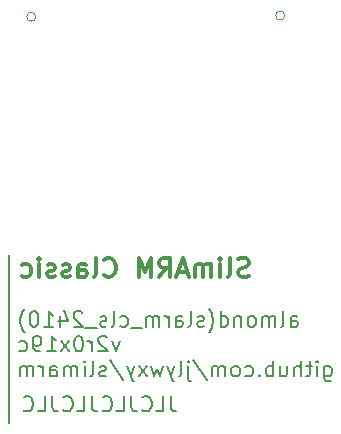
<source format=gbo>
G04 #@! TF.GenerationSoftware,KiCad,Pcbnew,7.0.1-0*
G04 #@! TF.CreationDate,2023-04-12T11:12:59+08:00*
G04 #@! TF.ProjectId,slimarm_classic_2410,736c696d-6172-46d5-9f63-6c6173736963,rev?*
G04 #@! TF.SameCoordinates,Original*
G04 #@! TF.FileFunction,Legend,Bot*
G04 #@! TF.FilePolarity,Positive*
%FSLAX46Y46*%
G04 Gerber Fmt 4.6, Leading zero omitted, Abs format (unit mm)*
G04 Created by KiCad (PCBNEW 7.0.1-0) date 2023-04-12 11:12:59*
%MOMM*%
%LPD*%
G01*
G04 APERTURE LIST*
%ADD10C,0.150000*%
%ADD11C,0.200000*%
%ADD12C,0.300000*%
%ADD13C,0.120000*%
%ADD14C,0.650000*%
%ADD15O,1.000000X2.100000*%
%ADD16O,1.000000X1.600000*%
G04 APERTURE END LIST*
D10*
X33830000Y-32910000D02*
X33830000Y-47130000D01*
D11*
X57680281Y-38979154D02*
X57680281Y-38298202D01*
X57680281Y-38298202D02*
X57742186Y-38174392D01*
X57742186Y-38174392D02*
X57865995Y-38112488D01*
X57865995Y-38112488D02*
X58113614Y-38112488D01*
X58113614Y-38112488D02*
X58237424Y-38174392D01*
X57680281Y-38917250D02*
X57804090Y-38979154D01*
X57804090Y-38979154D02*
X58113614Y-38979154D01*
X58113614Y-38979154D02*
X58237424Y-38917250D01*
X58237424Y-38917250D02*
X58299328Y-38793440D01*
X58299328Y-38793440D02*
X58299328Y-38669630D01*
X58299328Y-38669630D02*
X58237424Y-38545821D01*
X58237424Y-38545821D02*
X58113614Y-38483916D01*
X58113614Y-38483916D02*
X57804090Y-38483916D01*
X57804090Y-38483916D02*
X57680281Y-38422011D01*
X56875519Y-38979154D02*
X56999329Y-38917250D01*
X56999329Y-38917250D02*
X57061234Y-38793440D01*
X57061234Y-38793440D02*
X57061234Y-37679154D01*
X56380282Y-38979154D02*
X56380282Y-38112488D01*
X56380282Y-38236297D02*
X56318377Y-38174392D01*
X56318377Y-38174392D02*
X56194567Y-38112488D01*
X56194567Y-38112488D02*
X56008853Y-38112488D01*
X56008853Y-38112488D02*
X55885044Y-38174392D01*
X55885044Y-38174392D02*
X55823139Y-38298202D01*
X55823139Y-38298202D02*
X55823139Y-38979154D01*
X55823139Y-38298202D02*
X55761234Y-38174392D01*
X55761234Y-38174392D02*
X55637425Y-38112488D01*
X55637425Y-38112488D02*
X55451710Y-38112488D01*
X55451710Y-38112488D02*
X55327901Y-38174392D01*
X55327901Y-38174392D02*
X55265996Y-38298202D01*
X55265996Y-38298202D02*
X55265996Y-38979154D01*
X54461234Y-38979154D02*
X54585044Y-38917250D01*
X54585044Y-38917250D02*
X54646949Y-38855345D01*
X54646949Y-38855345D02*
X54708853Y-38731535D01*
X54708853Y-38731535D02*
X54708853Y-38360107D01*
X54708853Y-38360107D02*
X54646949Y-38236297D01*
X54646949Y-38236297D02*
X54585044Y-38174392D01*
X54585044Y-38174392D02*
X54461234Y-38112488D01*
X54461234Y-38112488D02*
X54275520Y-38112488D01*
X54275520Y-38112488D02*
X54151711Y-38174392D01*
X54151711Y-38174392D02*
X54089806Y-38236297D01*
X54089806Y-38236297D02*
X54027901Y-38360107D01*
X54027901Y-38360107D02*
X54027901Y-38731535D01*
X54027901Y-38731535D02*
X54089806Y-38855345D01*
X54089806Y-38855345D02*
X54151711Y-38917250D01*
X54151711Y-38917250D02*
X54275520Y-38979154D01*
X54275520Y-38979154D02*
X54461234Y-38979154D01*
X53470759Y-38112488D02*
X53470759Y-38979154D01*
X53470759Y-38236297D02*
X53408854Y-38174392D01*
X53408854Y-38174392D02*
X53285044Y-38112488D01*
X53285044Y-38112488D02*
X53099330Y-38112488D01*
X53099330Y-38112488D02*
X52975521Y-38174392D01*
X52975521Y-38174392D02*
X52913616Y-38298202D01*
X52913616Y-38298202D02*
X52913616Y-38979154D01*
X51737426Y-38979154D02*
X51737426Y-37679154D01*
X51737426Y-38917250D02*
X51861235Y-38979154D01*
X51861235Y-38979154D02*
X52108854Y-38979154D01*
X52108854Y-38979154D02*
X52232664Y-38917250D01*
X52232664Y-38917250D02*
X52294569Y-38855345D01*
X52294569Y-38855345D02*
X52356473Y-38731535D01*
X52356473Y-38731535D02*
X52356473Y-38360107D01*
X52356473Y-38360107D02*
X52294569Y-38236297D01*
X52294569Y-38236297D02*
X52232664Y-38174392D01*
X52232664Y-38174392D02*
X52108854Y-38112488D01*
X52108854Y-38112488D02*
X51861235Y-38112488D01*
X51861235Y-38112488D02*
X51737426Y-38174392D01*
X50746950Y-39474392D02*
X50808855Y-39412488D01*
X50808855Y-39412488D02*
X50932664Y-39226773D01*
X50932664Y-39226773D02*
X50994569Y-39102964D01*
X50994569Y-39102964D02*
X51056474Y-38917250D01*
X51056474Y-38917250D02*
X51118379Y-38607726D01*
X51118379Y-38607726D02*
X51118379Y-38360107D01*
X51118379Y-38360107D02*
X51056474Y-38050583D01*
X51056474Y-38050583D02*
X50994569Y-37864869D01*
X50994569Y-37864869D02*
X50932664Y-37741059D01*
X50932664Y-37741059D02*
X50808855Y-37555345D01*
X50808855Y-37555345D02*
X50746950Y-37493440D01*
X50313616Y-38917250D02*
X50189807Y-38979154D01*
X50189807Y-38979154D02*
X49942188Y-38979154D01*
X49942188Y-38979154D02*
X49818378Y-38917250D01*
X49818378Y-38917250D02*
X49756474Y-38793440D01*
X49756474Y-38793440D02*
X49756474Y-38731535D01*
X49756474Y-38731535D02*
X49818378Y-38607726D01*
X49818378Y-38607726D02*
X49942188Y-38545821D01*
X49942188Y-38545821D02*
X50127902Y-38545821D01*
X50127902Y-38545821D02*
X50251712Y-38483916D01*
X50251712Y-38483916D02*
X50313616Y-38360107D01*
X50313616Y-38360107D02*
X50313616Y-38298202D01*
X50313616Y-38298202D02*
X50251712Y-38174392D01*
X50251712Y-38174392D02*
X50127902Y-38112488D01*
X50127902Y-38112488D02*
X49942188Y-38112488D01*
X49942188Y-38112488D02*
X49818378Y-38174392D01*
X49013616Y-38979154D02*
X49137426Y-38917250D01*
X49137426Y-38917250D02*
X49199331Y-38793440D01*
X49199331Y-38793440D02*
X49199331Y-37679154D01*
X47961236Y-38979154D02*
X47961236Y-38298202D01*
X47961236Y-38298202D02*
X48023141Y-38174392D01*
X48023141Y-38174392D02*
X48146950Y-38112488D01*
X48146950Y-38112488D02*
X48394569Y-38112488D01*
X48394569Y-38112488D02*
X48518379Y-38174392D01*
X47961236Y-38917250D02*
X48085045Y-38979154D01*
X48085045Y-38979154D02*
X48394569Y-38979154D01*
X48394569Y-38979154D02*
X48518379Y-38917250D01*
X48518379Y-38917250D02*
X48580283Y-38793440D01*
X48580283Y-38793440D02*
X48580283Y-38669630D01*
X48580283Y-38669630D02*
X48518379Y-38545821D01*
X48518379Y-38545821D02*
X48394569Y-38483916D01*
X48394569Y-38483916D02*
X48085045Y-38483916D01*
X48085045Y-38483916D02*
X47961236Y-38422011D01*
X47342189Y-38979154D02*
X47342189Y-38112488D01*
X47342189Y-38360107D02*
X47280284Y-38236297D01*
X47280284Y-38236297D02*
X47218379Y-38174392D01*
X47218379Y-38174392D02*
X47094570Y-38112488D01*
X47094570Y-38112488D02*
X46970760Y-38112488D01*
X46537427Y-38979154D02*
X46537427Y-38112488D01*
X46537427Y-38236297D02*
X46475522Y-38174392D01*
X46475522Y-38174392D02*
X46351712Y-38112488D01*
X46351712Y-38112488D02*
X46165998Y-38112488D01*
X46165998Y-38112488D02*
X46042189Y-38174392D01*
X46042189Y-38174392D02*
X45980284Y-38298202D01*
X45980284Y-38298202D02*
X45980284Y-38979154D01*
X45980284Y-38298202D02*
X45918379Y-38174392D01*
X45918379Y-38174392D02*
X45794570Y-38112488D01*
X45794570Y-38112488D02*
X45608855Y-38112488D01*
X45608855Y-38112488D02*
X45485046Y-38174392D01*
X45485046Y-38174392D02*
X45423141Y-38298202D01*
X45423141Y-38298202D02*
X45423141Y-38979154D01*
X45113618Y-39102964D02*
X44123141Y-39102964D01*
X43256475Y-38917250D02*
X43380284Y-38979154D01*
X43380284Y-38979154D02*
X43627903Y-38979154D01*
X43627903Y-38979154D02*
X43751713Y-38917250D01*
X43751713Y-38917250D02*
X43813618Y-38855345D01*
X43813618Y-38855345D02*
X43875522Y-38731535D01*
X43875522Y-38731535D02*
X43875522Y-38360107D01*
X43875522Y-38360107D02*
X43813618Y-38236297D01*
X43813618Y-38236297D02*
X43751713Y-38174392D01*
X43751713Y-38174392D02*
X43627903Y-38112488D01*
X43627903Y-38112488D02*
X43380284Y-38112488D01*
X43380284Y-38112488D02*
X43256475Y-38174392D01*
X42513617Y-38979154D02*
X42637427Y-38917250D01*
X42637427Y-38917250D02*
X42699332Y-38793440D01*
X42699332Y-38793440D02*
X42699332Y-37679154D01*
X42080284Y-38917250D02*
X41956475Y-38979154D01*
X41956475Y-38979154D02*
X41708856Y-38979154D01*
X41708856Y-38979154D02*
X41585046Y-38917250D01*
X41585046Y-38917250D02*
X41523142Y-38793440D01*
X41523142Y-38793440D02*
X41523142Y-38731535D01*
X41523142Y-38731535D02*
X41585046Y-38607726D01*
X41585046Y-38607726D02*
X41708856Y-38545821D01*
X41708856Y-38545821D02*
X41894570Y-38545821D01*
X41894570Y-38545821D02*
X42018380Y-38483916D01*
X42018380Y-38483916D02*
X42080284Y-38360107D01*
X42080284Y-38360107D02*
X42080284Y-38298202D01*
X42080284Y-38298202D02*
X42018380Y-38174392D01*
X42018380Y-38174392D02*
X41894570Y-38112488D01*
X41894570Y-38112488D02*
X41708856Y-38112488D01*
X41708856Y-38112488D02*
X41585046Y-38174392D01*
X41275523Y-39102964D02*
X40285046Y-39102964D01*
X40037427Y-37802964D02*
X39975523Y-37741059D01*
X39975523Y-37741059D02*
X39851713Y-37679154D01*
X39851713Y-37679154D02*
X39542189Y-37679154D01*
X39542189Y-37679154D02*
X39418380Y-37741059D01*
X39418380Y-37741059D02*
X39356475Y-37802964D01*
X39356475Y-37802964D02*
X39294570Y-37926773D01*
X39294570Y-37926773D02*
X39294570Y-38050583D01*
X39294570Y-38050583D02*
X39356475Y-38236297D01*
X39356475Y-38236297D02*
X40099332Y-38979154D01*
X40099332Y-38979154D02*
X39294570Y-38979154D01*
X38180285Y-38112488D02*
X38180285Y-38979154D01*
X38489809Y-37617250D02*
X38799332Y-38545821D01*
X38799332Y-38545821D02*
X37994571Y-38545821D01*
X36818380Y-38979154D02*
X37561237Y-38979154D01*
X37189809Y-38979154D02*
X37189809Y-37679154D01*
X37189809Y-37679154D02*
X37313618Y-37864869D01*
X37313618Y-37864869D02*
X37437428Y-37988678D01*
X37437428Y-37988678D02*
X37561237Y-38050583D01*
X36013619Y-37679154D02*
X35889809Y-37679154D01*
X35889809Y-37679154D02*
X35766000Y-37741059D01*
X35766000Y-37741059D02*
X35704095Y-37802964D01*
X35704095Y-37802964D02*
X35642190Y-37926773D01*
X35642190Y-37926773D02*
X35580285Y-38174392D01*
X35580285Y-38174392D02*
X35580285Y-38483916D01*
X35580285Y-38483916D02*
X35642190Y-38731535D01*
X35642190Y-38731535D02*
X35704095Y-38855345D01*
X35704095Y-38855345D02*
X35766000Y-38917250D01*
X35766000Y-38917250D02*
X35889809Y-38979154D01*
X35889809Y-38979154D02*
X36013619Y-38979154D01*
X36013619Y-38979154D02*
X36137428Y-38917250D01*
X36137428Y-38917250D02*
X36199333Y-38855345D01*
X36199333Y-38855345D02*
X36261238Y-38731535D01*
X36261238Y-38731535D02*
X36323142Y-38483916D01*
X36323142Y-38483916D02*
X36323142Y-38174392D01*
X36323142Y-38174392D02*
X36261238Y-37926773D01*
X36261238Y-37926773D02*
X36199333Y-37802964D01*
X36199333Y-37802964D02*
X36137428Y-37741059D01*
X36137428Y-37741059D02*
X36013619Y-37679154D01*
X35146952Y-39474392D02*
X35085047Y-39412488D01*
X35085047Y-39412488D02*
X34961238Y-39226773D01*
X34961238Y-39226773D02*
X34899333Y-39102964D01*
X34899333Y-39102964D02*
X34837428Y-38917250D01*
X34837428Y-38917250D02*
X34775524Y-38607726D01*
X34775524Y-38607726D02*
X34775524Y-38360107D01*
X34775524Y-38360107D02*
X34837428Y-38050583D01*
X34837428Y-38050583D02*
X34899333Y-37864869D01*
X34899333Y-37864869D02*
X34961238Y-37741059D01*
X34961238Y-37741059D02*
X35085047Y-37555345D01*
X35085047Y-37555345D02*
X35146952Y-37493440D01*
X43194570Y-40218488D02*
X42885046Y-41085154D01*
X42885046Y-41085154D02*
X42575523Y-40218488D01*
X42142189Y-39908964D02*
X42080285Y-39847059D01*
X42080285Y-39847059D02*
X41956475Y-39785154D01*
X41956475Y-39785154D02*
X41646951Y-39785154D01*
X41646951Y-39785154D02*
X41523142Y-39847059D01*
X41523142Y-39847059D02*
X41461237Y-39908964D01*
X41461237Y-39908964D02*
X41399332Y-40032773D01*
X41399332Y-40032773D02*
X41399332Y-40156583D01*
X41399332Y-40156583D02*
X41461237Y-40342297D01*
X41461237Y-40342297D02*
X42204094Y-41085154D01*
X42204094Y-41085154D02*
X41399332Y-41085154D01*
X40842190Y-41085154D02*
X40842190Y-40218488D01*
X40842190Y-40466107D02*
X40780285Y-40342297D01*
X40780285Y-40342297D02*
X40718380Y-40280392D01*
X40718380Y-40280392D02*
X40594571Y-40218488D01*
X40594571Y-40218488D02*
X40470761Y-40218488D01*
X39789809Y-39785154D02*
X39665999Y-39785154D01*
X39665999Y-39785154D02*
X39542190Y-39847059D01*
X39542190Y-39847059D02*
X39480285Y-39908964D01*
X39480285Y-39908964D02*
X39418380Y-40032773D01*
X39418380Y-40032773D02*
X39356475Y-40280392D01*
X39356475Y-40280392D02*
X39356475Y-40589916D01*
X39356475Y-40589916D02*
X39418380Y-40837535D01*
X39418380Y-40837535D02*
X39480285Y-40961345D01*
X39480285Y-40961345D02*
X39542190Y-41023250D01*
X39542190Y-41023250D02*
X39665999Y-41085154D01*
X39665999Y-41085154D02*
X39789809Y-41085154D01*
X39789809Y-41085154D02*
X39913618Y-41023250D01*
X39913618Y-41023250D02*
X39975523Y-40961345D01*
X39975523Y-40961345D02*
X40037428Y-40837535D01*
X40037428Y-40837535D02*
X40099332Y-40589916D01*
X40099332Y-40589916D02*
X40099332Y-40280392D01*
X40099332Y-40280392D02*
X40037428Y-40032773D01*
X40037428Y-40032773D02*
X39975523Y-39908964D01*
X39975523Y-39908964D02*
X39913618Y-39847059D01*
X39913618Y-39847059D02*
X39789809Y-39785154D01*
X38923142Y-41085154D02*
X38242190Y-40218488D01*
X38923142Y-40218488D02*
X38242190Y-41085154D01*
X37065999Y-41085154D02*
X37808856Y-41085154D01*
X37437428Y-41085154D02*
X37437428Y-39785154D01*
X37437428Y-39785154D02*
X37561237Y-39970869D01*
X37561237Y-39970869D02*
X37685047Y-40094678D01*
X37685047Y-40094678D02*
X37808856Y-40156583D01*
X36446952Y-41085154D02*
X36199333Y-41085154D01*
X36199333Y-41085154D02*
X36075523Y-41023250D01*
X36075523Y-41023250D02*
X36013619Y-40961345D01*
X36013619Y-40961345D02*
X35889809Y-40775630D01*
X35889809Y-40775630D02*
X35827904Y-40528011D01*
X35827904Y-40528011D02*
X35827904Y-40032773D01*
X35827904Y-40032773D02*
X35889809Y-39908964D01*
X35889809Y-39908964D02*
X35951714Y-39847059D01*
X35951714Y-39847059D02*
X36075523Y-39785154D01*
X36075523Y-39785154D02*
X36323142Y-39785154D01*
X36323142Y-39785154D02*
X36446952Y-39847059D01*
X36446952Y-39847059D02*
X36508857Y-39908964D01*
X36508857Y-39908964D02*
X36570761Y-40032773D01*
X36570761Y-40032773D02*
X36570761Y-40342297D01*
X36570761Y-40342297D02*
X36508857Y-40466107D01*
X36508857Y-40466107D02*
X36446952Y-40528011D01*
X36446952Y-40528011D02*
X36323142Y-40589916D01*
X36323142Y-40589916D02*
X36075523Y-40589916D01*
X36075523Y-40589916D02*
X35951714Y-40528011D01*
X35951714Y-40528011D02*
X35889809Y-40466107D01*
X35889809Y-40466107D02*
X35827904Y-40342297D01*
X34713619Y-41023250D02*
X34837428Y-41085154D01*
X34837428Y-41085154D02*
X35085047Y-41085154D01*
X35085047Y-41085154D02*
X35208857Y-41023250D01*
X35208857Y-41023250D02*
X35270762Y-40961345D01*
X35270762Y-40961345D02*
X35332666Y-40837535D01*
X35332666Y-40837535D02*
X35332666Y-40466107D01*
X35332666Y-40466107D02*
X35270762Y-40342297D01*
X35270762Y-40342297D02*
X35208857Y-40280392D01*
X35208857Y-40280392D02*
X35085047Y-40218488D01*
X35085047Y-40218488D02*
X34837428Y-40218488D01*
X34837428Y-40218488D02*
X34713619Y-40280392D01*
X60527902Y-42324488D02*
X60527902Y-43376869D01*
X60527902Y-43376869D02*
X60589807Y-43500678D01*
X60589807Y-43500678D02*
X60651711Y-43562583D01*
X60651711Y-43562583D02*
X60775521Y-43624488D01*
X60775521Y-43624488D02*
X60961235Y-43624488D01*
X60961235Y-43624488D02*
X61085045Y-43562583D01*
X60527902Y-43129250D02*
X60651711Y-43191154D01*
X60651711Y-43191154D02*
X60899330Y-43191154D01*
X60899330Y-43191154D02*
X61023140Y-43129250D01*
X61023140Y-43129250D02*
X61085045Y-43067345D01*
X61085045Y-43067345D02*
X61146949Y-42943535D01*
X61146949Y-42943535D02*
X61146949Y-42572107D01*
X61146949Y-42572107D02*
X61085045Y-42448297D01*
X61085045Y-42448297D02*
X61023140Y-42386392D01*
X61023140Y-42386392D02*
X60899330Y-42324488D01*
X60899330Y-42324488D02*
X60651711Y-42324488D01*
X60651711Y-42324488D02*
X60527902Y-42386392D01*
X59908855Y-43191154D02*
X59908855Y-42324488D01*
X59908855Y-41891154D02*
X59970759Y-41953059D01*
X59970759Y-41953059D02*
X59908855Y-42014964D01*
X59908855Y-42014964D02*
X59846950Y-41953059D01*
X59846950Y-41953059D02*
X59908855Y-41891154D01*
X59908855Y-41891154D02*
X59908855Y-42014964D01*
X59475521Y-42324488D02*
X58980283Y-42324488D01*
X59289807Y-41891154D02*
X59289807Y-43005440D01*
X59289807Y-43005440D02*
X59227902Y-43129250D01*
X59227902Y-43129250D02*
X59104092Y-43191154D01*
X59104092Y-43191154D02*
X58980283Y-43191154D01*
X58546950Y-43191154D02*
X58546950Y-41891154D01*
X57989807Y-43191154D02*
X57989807Y-42510202D01*
X57989807Y-42510202D02*
X58051712Y-42386392D01*
X58051712Y-42386392D02*
X58175521Y-42324488D01*
X58175521Y-42324488D02*
X58361235Y-42324488D01*
X58361235Y-42324488D02*
X58485045Y-42386392D01*
X58485045Y-42386392D02*
X58546950Y-42448297D01*
X56813617Y-42324488D02*
X56813617Y-43191154D01*
X57370760Y-42324488D02*
X57370760Y-43005440D01*
X57370760Y-43005440D02*
X57308855Y-43129250D01*
X57308855Y-43129250D02*
X57185045Y-43191154D01*
X57185045Y-43191154D02*
X56999331Y-43191154D01*
X56999331Y-43191154D02*
X56875522Y-43129250D01*
X56875522Y-43129250D02*
X56813617Y-43067345D01*
X56194570Y-43191154D02*
X56194570Y-41891154D01*
X56194570Y-42386392D02*
X56070760Y-42324488D01*
X56070760Y-42324488D02*
X55823141Y-42324488D01*
X55823141Y-42324488D02*
X55699332Y-42386392D01*
X55699332Y-42386392D02*
X55637427Y-42448297D01*
X55637427Y-42448297D02*
X55575522Y-42572107D01*
X55575522Y-42572107D02*
X55575522Y-42943535D01*
X55575522Y-42943535D02*
X55637427Y-43067345D01*
X55637427Y-43067345D02*
X55699332Y-43129250D01*
X55699332Y-43129250D02*
X55823141Y-43191154D01*
X55823141Y-43191154D02*
X56070760Y-43191154D01*
X56070760Y-43191154D02*
X56194570Y-43129250D01*
X55018380Y-43067345D02*
X54956475Y-43129250D01*
X54956475Y-43129250D02*
X55018380Y-43191154D01*
X55018380Y-43191154D02*
X55080284Y-43129250D01*
X55080284Y-43129250D02*
X55018380Y-43067345D01*
X55018380Y-43067345D02*
X55018380Y-43191154D01*
X53842189Y-43129250D02*
X53965998Y-43191154D01*
X53965998Y-43191154D02*
X54213617Y-43191154D01*
X54213617Y-43191154D02*
X54337427Y-43129250D01*
X54337427Y-43129250D02*
X54399332Y-43067345D01*
X54399332Y-43067345D02*
X54461236Y-42943535D01*
X54461236Y-42943535D02*
X54461236Y-42572107D01*
X54461236Y-42572107D02*
X54399332Y-42448297D01*
X54399332Y-42448297D02*
X54337427Y-42386392D01*
X54337427Y-42386392D02*
X54213617Y-42324488D01*
X54213617Y-42324488D02*
X53965998Y-42324488D01*
X53965998Y-42324488D02*
X53842189Y-42386392D01*
X53099331Y-43191154D02*
X53223141Y-43129250D01*
X53223141Y-43129250D02*
X53285046Y-43067345D01*
X53285046Y-43067345D02*
X53346950Y-42943535D01*
X53346950Y-42943535D02*
X53346950Y-42572107D01*
X53346950Y-42572107D02*
X53285046Y-42448297D01*
X53285046Y-42448297D02*
X53223141Y-42386392D01*
X53223141Y-42386392D02*
X53099331Y-42324488D01*
X53099331Y-42324488D02*
X52913617Y-42324488D01*
X52913617Y-42324488D02*
X52789808Y-42386392D01*
X52789808Y-42386392D02*
X52727903Y-42448297D01*
X52727903Y-42448297D02*
X52665998Y-42572107D01*
X52665998Y-42572107D02*
X52665998Y-42943535D01*
X52665998Y-42943535D02*
X52727903Y-43067345D01*
X52727903Y-43067345D02*
X52789808Y-43129250D01*
X52789808Y-43129250D02*
X52913617Y-43191154D01*
X52913617Y-43191154D02*
X53099331Y-43191154D01*
X52108856Y-43191154D02*
X52108856Y-42324488D01*
X52108856Y-42448297D02*
X52046951Y-42386392D01*
X52046951Y-42386392D02*
X51923141Y-42324488D01*
X51923141Y-42324488D02*
X51737427Y-42324488D01*
X51737427Y-42324488D02*
X51613618Y-42386392D01*
X51613618Y-42386392D02*
X51551713Y-42510202D01*
X51551713Y-42510202D02*
X51551713Y-43191154D01*
X51551713Y-42510202D02*
X51489808Y-42386392D01*
X51489808Y-42386392D02*
X51365999Y-42324488D01*
X51365999Y-42324488D02*
X51180284Y-42324488D01*
X51180284Y-42324488D02*
X51056475Y-42386392D01*
X51056475Y-42386392D02*
X50994570Y-42510202D01*
X50994570Y-42510202D02*
X50994570Y-43191154D01*
X49446951Y-41829250D02*
X50561237Y-43500678D01*
X49013618Y-42324488D02*
X49013618Y-43438773D01*
X49013618Y-43438773D02*
X49075522Y-43562583D01*
X49075522Y-43562583D02*
X49199332Y-43624488D01*
X49199332Y-43624488D02*
X49261237Y-43624488D01*
X49013618Y-41891154D02*
X49075522Y-41953059D01*
X49075522Y-41953059D02*
X49013618Y-42014964D01*
X49013618Y-42014964D02*
X48951713Y-41953059D01*
X48951713Y-41953059D02*
X49013618Y-41891154D01*
X49013618Y-41891154D02*
X49013618Y-42014964D01*
X48208855Y-43191154D02*
X48332665Y-43129250D01*
X48332665Y-43129250D02*
X48394570Y-43005440D01*
X48394570Y-43005440D02*
X48394570Y-41891154D01*
X47837427Y-42324488D02*
X47527903Y-43191154D01*
X47218380Y-42324488D02*
X47527903Y-43191154D01*
X47527903Y-43191154D02*
X47651713Y-43500678D01*
X47651713Y-43500678D02*
X47713618Y-43562583D01*
X47713618Y-43562583D02*
X47837427Y-43624488D01*
X46846951Y-42324488D02*
X46599332Y-43191154D01*
X46599332Y-43191154D02*
X46351713Y-42572107D01*
X46351713Y-42572107D02*
X46104094Y-43191154D01*
X46104094Y-43191154D02*
X45856475Y-42324488D01*
X45485046Y-43191154D02*
X44804094Y-42324488D01*
X45485046Y-42324488D02*
X44804094Y-43191154D01*
X44432665Y-42324488D02*
X44123141Y-43191154D01*
X43813618Y-42324488D02*
X44123141Y-43191154D01*
X44123141Y-43191154D02*
X44246951Y-43500678D01*
X44246951Y-43500678D02*
X44308856Y-43562583D01*
X44308856Y-43562583D02*
X44432665Y-43624488D01*
X42389808Y-41829250D02*
X43504094Y-43500678D01*
X42018379Y-43129250D02*
X41894570Y-43191154D01*
X41894570Y-43191154D02*
X41646951Y-43191154D01*
X41646951Y-43191154D02*
X41523141Y-43129250D01*
X41523141Y-43129250D02*
X41461237Y-43005440D01*
X41461237Y-43005440D02*
X41461237Y-42943535D01*
X41461237Y-42943535D02*
X41523141Y-42819726D01*
X41523141Y-42819726D02*
X41646951Y-42757821D01*
X41646951Y-42757821D02*
X41832665Y-42757821D01*
X41832665Y-42757821D02*
X41956475Y-42695916D01*
X41956475Y-42695916D02*
X42018379Y-42572107D01*
X42018379Y-42572107D02*
X42018379Y-42510202D01*
X42018379Y-42510202D02*
X41956475Y-42386392D01*
X41956475Y-42386392D02*
X41832665Y-42324488D01*
X41832665Y-42324488D02*
X41646951Y-42324488D01*
X41646951Y-42324488D02*
X41523141Y-42386392D01*
X40718379Y-43191154D02*
X40842189Y-43129250D01*
X40842189Y-43129250D02*
X40904094Y-43005440D01*
X40904094Y-43005440D02*
X40904094Y-41891154D01*
X40223142Y-43191154D02*
X40223142Y-42324488D01*
X40223142Y-41891154D02*
X40285046Y-41953059D01*
X40285046Y-41953059D02*
X40223142Y-42014964D01*
X40223142Y-42014964D02*
X40161237Y-41953059D01*
X40161237Y-41953059D02*
X40223142Y-41891154D01*
X40223142Y-41891154D02*
X40223142Y-42014964D01*
X39604094Y-43191154D02*
X39604094Y-42324488D01*
X39604094Y-42448297D02*
X39542189Y-42386392D01*
X39542189Y-42386392D02*
X39418379Y-42324488D01*
X39418379Y-42324488D02*
X39232665Y-42324488D01*
X39232665Y-42324488D02*
X39108856Y-42386392D01*
X39108856Y-42386392D02*
X39046951Y-42510202D01*
X39046951Y-42510202D02*
X39046951Y-43191154D01*
X39046951Y-42510202D02*
X38985046Y-42386392D01*
X38985046Y-42386392D02*
X38861237Y-42324488D01*
X38861237Y-42324488D02*
X38675522Y-42324488D01*
X38675522Y-42324488D02*
X38551713Y-42386392D01*
X38551713Y-42386392D02*
X38489808Y-42510202D01*
X38489808Y-42510202D02*
X38489808Y-43191154D01*
X37313618Y-43191154D02*
X37313618Y-42510202D01*
X37313618Y-42510202D02*
X37375523Y-42386392D01*
X37375523Y-42386392D02*
X37499332Y-42324488D01*
X37499332Y-42324488D02*
X37746951Y-42324488D01*
X37746951Y-42324488D02*
X37870761Y-42386392D01*
X37313618Y-43129250D02*
X37437427Y-43191154D01*
X37437427Y-43191154D02*
X37746951Y-43191154D01*
X37746951Y-43191154D02*
X37870761Y-43129250D01*
X37870761Y-43129250D02*
X37932665Y-43005440D01*
X37932665Y-43005440D02*
X37932665Y-42881630D01*
X37932665Y-42881630D02*
X37870761Y-42757821D01*
X37870761Y-42757821D02*
X37746951Y-42695916D01*
X37746951Y-42695916D02*
X37437427Y-42695916D01*
X37437427Y-42695916D02*
X37313618Y-42634011D01*
X36694571Y-43191154D02*
X36694571Y-42324488D01*
X36694571Y-42572107D02*
X36632666Y-42448297D01*
X36632666Y-42448297D02*
X36570761Y-42386392D01*
X36570761Y-42386392D02*
X36446952Y-42324488D01*
X36446952Y-42324488D02*
X36323142Y-42324488D01*
X35889809Y-43191154D02*
X35889809Y-42324488D01*
X35889809Y-42448297D02*
X35827904Y-42386392D01*
X35827904Y-42386392D02*
X35704094Y-42324488D01*
X35704094Y-42324488D02*
X35518380Y-42324488D01*
X35518380Y-42324488D02*
X35394571Y-42386392D01*
X35394571Y-42386392D02*
X35332666Y-42510202D01*
X35332666Y-42510202D02*
X35332666Y-43191154D01*
X35332666Y-42510202D02*
X35270761Y-42386392D01*
X35270761Y-42386392D02*
X35146952Y-42324488D01*
X35146952Y-42324488D02*
X34961237Y-42324488D01*
X34961237Y-42324488D02*
X34837428Y-42386392D01*
X34837428Y-42386392D02*
X34775523Y-42510202D01*
X34775523Y-42510202D02*
X34775523Y-43191154D01*
X47510475Y-44860904D02*
X47510475Y-45789476D01*
X47510475Y-45789476D02*
X47572380Y-45975190D01*
X47572380Y-45975190D02*
X47696189Y-46099000D01*
X47696189Y-46099000D02*
X47881904Y-46160904D01*
X47881904Y-46160904D02*
X48005713Y-46160904D01*
X46272380Y-46160904D02*
X46891428Y-46160904D01*
X46891428Y-46160904D02*
X46891428Y-44860904D01*
X45096190Y-46037095D02*
X45158094Y-46099000D01*
X45158094Y-46099000D02*
X45343809Y-46160904D01*
X45343809Y-46160904D02*
X45467618Y-46160904D01*
X45467618Y-46160904D02*
X45653332Y-46099000D01*
X45653332Y-46099000D02*
X45777142Y-45975190D01*
X45777142Y-45975190D02*
X45839047Y-45851380D01*
X45839047Y-45851380D02*
X45900951Y-45603761D01*
X45900951Y-45603761D02*
X45900951Y-45418047D01*
X45900951Y-45418047D02*
X45839047Y-45170428D01*
X45839047Y-45170428D02*
X45777142Y-45046619D01*
X45777142Y-45046619D02*
X45653332Y-44922809D01*
X45653332Y-44922809D02*
X45467618Y-44860904D01*
X45467618Y-44860904D02*
X45343809Y-44860904D01*
X45343809Y-44860904D02*
X45158094Y-44922809D01*
X45158094Y-44922809D02*
X45096190Y-44984714D01*
X44167618Y-44860904D02*
X44167618Y-45789476D01*
X44167618Y-45789476D02*
X44229523Y-45975190D01*
X44229523Y-45975190D02*
X44353332Y-46099000D01*
X44353332Y-46099000D02*
X44539047Y-46160904D01*
X44539047Y-46160904D02*
X44662856Y-46160904D01*
X42929523Y-46160904D02*
X43548571Y-46160904D01*
X43548571Y-46160904D02*
X43548571Y-44860904D01*
X41753333Y-46037095D02*
X41815237Y-46099000D01*
X41815237Y-46099000D02*
X42000952Y-46160904D01*
X42000952Y-46160904D02*
X42124761Y-46160904D01*
X42124761Y-46160904D02*
X42310475Y-46099000D01*
X42310475Y-46099000D02*
X42434285Y-45975190D01*
X42434285Y-45975190D02*
X42496190Y-45851380D01*
X42496190Y-45851380D02*
X42558094Y-45603761D01*
X42558094Y-45603761D02*
X42558094Y-45418047D01*
X42558094Y-45418047D02*
X42496190Y-45170428D01*
X42496190Y-45170428D02*
X42434285Y-45046619D01*
X42434285Y-45046619D02*
X42310475Y-44922809D01*
X42310475Y-44922809D02*
X42124761Y-44860904D01*
X42124761Y-44860904D02*
X42000952Y-44860904D01*
X42000952Y-44860904D02*
X41815237Y-44922809D01*
X41815237Y-44922809D02*
X41753333Y-44984714D01*
X40824761Y-44860904D02*
X40824761Y-45789476D01*
X40824761Y-45789476D02*
X40886666Y-45975190D01*
X40886666Y-45975190D02*
X41010475Y-46099000D01*
X41010475Y-46099000D02*
X41196190Y-46160904D01*
X41196190Y-46160904D02*
X41319999Y-46160904D01*
X39586666Y-46160904D02*
X40205714Y-46160904D01*
X40205714Y-46160904D02*
X40205714Y-44860904D01*
X38410476Y-46037095D02*
X38472380Y-46099000D01*
X38472380Y-46099000D02*
X38658095Y-46160904D01*
X38658095Y-46160904D02*
X38781904Y-46160904D01*
X38781904Y-46160904D02*
X38967618Y-46099000D01*
X38967618Y-46099000D02*
X39091428Y-45975190D01*
X39091428Y-45975190D02*
X39153333Y-45851380D01*
X39153333Y-45851380D02*
X39215237Y-45603761D01*
X39215237Y-45603761D02*
X39215237Y-45418047D01*
X39215237Y-45418047D02*
X39153333Y-45170428D01*
X39153333Y-45170428D02*
X39091428Y-45046619D01*
X39091428Y-45046619D02*
X38967618Y-44922809D01*
X38967618Y-44922809D02*
X38781904Y-44860904D01*
X38781904Y-44860904D02*
X38658095Y-44860904D01*
X38658095Y-44860904D02*
X38472380Y-44922809D01*
X38472380Y-44922809D02*
X38410476Y-44984714D01*
X37481904Y-44860904D02*
X37481904Y-45789476D01*
X37481904Y-45789476D02*
X37543809Y-45975190D01*
X37543809Y-45975190D02*
X37667618Y-46099000D01*
X37667618Y-46099000D02*
X37853333Y-46160904D01*
X37853333Y-46160904D02*
X37977142Y-46160904D01*
X36243809Y-46160904D02*
X36862857Y-46160904D01*
X36862857Y-46160904D02*
X36862857Y-44860904D01*
X35067619Y-46037095D02*
X35129523Y-46099000D01*
X35129523Y-46099000D02*
X35315238Y-46160904D01*
X35315238Y-46160904D02*
X35439047Y-46160904D01*
X35439047Y-46160904D02*
X35624761Y-46099000D01*
X35624761Y-46099000D02*
X35748571Y-45975190D01*
X35748571Y-45975190D02*
X35810476Y-45851380D01*
X35810476Y-45851380D02*
X35872380Y-45603761D01*
X35872380Y-45603761D02*
X35872380Y-45418047D01*
X35872380Y-45418047D02*
X35810476Y-45170428D01*
X35810476Y-45170428D02*
X35748571Y-45046619D01*
X35748571Y-45046619D02*
X35624761Y-44922809D01*
X35624761Y-44922809D02*
X35439047Y-44860904D01*
X35439047Y-44860904D02*
X35315238Y-44860904D01*
X35315238Y-44860904D02*
X35129523Y-44922809D01*
X35129523Y-44922809D02*
X35067619Y-44984714D01*
D12*
X54165238Y-34718000D02*
X53936666Y-34794190D01*
X53936666Y-34794190D02*
X53555714Y-34794190D01*
X53555714Y-34794190D02*
X53403333Y-34718000D01*
X53403333Y-34718000D02*
X53327142Y-34641809D01*
X53327142Y-34641809D02*
X53250952Y-34489428D01*
X53250952Y-34489428D02*
X53250952Y-34337047D01*
X53250952Y-34337047D02*
X53327142Y-34184666D01*
X53327142Y-34184666D02*
X53403333Y-34108476D01*
X53403333Y-34108476D02*
X53555714Y-34032285D01*
X53555714Y-34032285D02*
X53860476Y-33956095D01*
X53860476Y-33956095D02*
X54012857Y-33879904D01*
X54012857Y-33879904D02*
X54089047Y-33803714D01*
X54089047Y-33803714D02*
X54165238Y-33651333D01*
X54165238Y-33651333D02*
X54165238Y-33498952D01*
X54165238Y-33498952D02*
X54089047Y-33346571D01*
X54089047Y-33346571D02*
X54012857Y-33270380D01*
X54012857Y-33270380D02*
X53860476Y-33194190D01*
X53860476Y-33194190D02*
X53479523Y-33194190D01*
X53479523Y-33194190D02*
X53250952Y-33270380D01*
X52336666Y-34794190D02*
X52489047Y-34718000D01*
X52489047Y-34718000D02*
X52565237Y-34565619D01*
X52565237Y-34565619D02*
X52565237Y-33194190D01*
X51727142Y-34794190D02*
X51727142Y-33727523D01*
X51727142Y-33194190D02*
X51803333Y-33270380D01*
X51803333Y-33270380D02*
X51727142Y-33346571D01*
X51727142Y-33346571D02*
X51650952Y-33270380D01*
X51650952Y-33270380D02*
X51727142Y-33194190D01*
X51727142Y-33194190D02*
X51727142Y-33346571D01*
X50965237Y-34794190D02*
X50965237Y-33727523D01*
X50965237Y-33879904D02*
X50889047Y-33803714D01*
X50889047Y-33803714D02*
X50736666Y-33727523D01*
X50736666Y-33727523D02*
X50508094Y-33727523D01*
X50508094Y-33727523D02*
X50355713Y-33803714D01*
X50355713Y-33803714D02*
X50279523Y-33956095D01*
X50279523Y-33956095D02*
X50279523Y-34794190D01*
X50279523Y-33956095D02*
X50203332Y-33803714D01*
X50203332Y-33803714D02*
X50050951Y-33727523D01*
X50050951Y-33727523D02*
X49822380Y-33727523D01*
X49822380Y-33727523D02*
X49669999Y-33803714D01*
X49669999Y-33803714D02*
X49593809Y-33956095D01*
X49593809Y-33956095D02*
X49593809Y-34794190D01*
X48908095Y-34337047D02*
X48146190Y-34337047D01*
X49060476Y-34794190D02*
X48527142Y-33194190D01*
X48527142Y-33194190D02*
X47993809Y-34794190D01*
X46546189Y-34794190D02*
X47079523Y-34032285D01*
X47460475Y-34794190D02*
X47460475Y-33194190D01*
X47460475Y-33194190D02*
X46850951Y-33194190D01*
X46850951Y-33194190D02*
X46698570Y-33270380D01*
X46698570Y-33270380D02*
X46622380Y-33346571D01*
X46622380Y-33346571D02*
X46546189Y-33498952D01*
X46546189Y-33498952D02*
X46546189Y-33727523D01*
X46546189Y-33727523D02*
X46622380Y-33879904D01*
X46622380Y-33879904D02*
X46698570Y-33956095D01*
X46698570Y-33956095D02*
X46850951Y-34032285D01*
X46850951Y-34032285D02*
X47460475Y-34032285D01*
X45860475Y-34794190D02*
X45860475Y-33194190D01*
X45860475Y-33194190D02*
X45327142Y-34337047D01*
X45327142Y-34337047D02*
X44793808Y-33194190D01*
X44793808Y-33194190D02*
X44793808Y-34794190D01*
X41898570Y-34641809D02*
X41974761Y-34718000D01*
X41974761Y-34718000D02*
X42203332Y-34794190D01*
X42203332Y-34794190D02*
X42355713Y-34794190D01*
X42355713Y-34794190D02*
X42584285Y-34718000D01*
X42584285Y-34718000D02*
X42736666Y-34565619D01*
X42736666Y-34565619D02*
X42812856Y-34413238D01*
X42812856Y-34413238D02*
X42889047Y-34108476D01*
X42889047Y-34108476D02*
X42889047Y-33879904D01*
X42889047Y-33879904D02*
X42812856Y-33575142D01*
X42812856Y-33575142D02*
X42736666Y-33422761D01*
X42736666Y-33422761D02*
X42584285Y-33270380D01*
X42584285Y-33270380D02*
X42355713Y-33194190D01*
X42355713Y-33194190D02*
X42203332Y-33194190D01*
X42203332Y-33194190D02*
X41974761Y-33270380D01*
X41974761Y-33270380D02*
X41898570Y-33346571D01*
X40984285Y-34794190D02*
X41136666Y-34718000D01*
X41136666Y-34718000D02*
X41212856Y-34565619D01*
X41212856Y-34565619D02*
X41212856Y-33194190D01*
X39689047Y-34794190D02*
X39689047Y-33956095D01*
X39689047Y-33956095D02*
X39765237Y-33803714D01*
X39765237Y-33803714D02*
X39917618Y-33727523D01*
X39917618Y-33727523D02*
X40222380Y-33727523D01*
X40222380Y-33727523D02*
X40374761Y-33803714D01*
X39689047Y-34718000D02*
X39841428Y-34794190D01*
X39841428Y-34794190D02*
X40222380Y-34794190D01*
X40222380Y-34794190D02*
X40374761Y-34718000D01*
X40374761Y-34718000D02*
X40450952Y-34565619D01*
X40450952Y-34565619D02*
X40450952Y-34413238D01*
X40450952Y-34413238D02*
X40374761Y-34260857D01*
X40374761Y-34260857D02*
X40222380Y-34184666D01*
X40222380Y-34184666D02*
X39841428Y-34184666D01*
X39841428Y-34184666D02*
X39689047Y-34108476D01*
X39003333Y-34718000D02*
X38850952Y-34794190D01*
X38850952Y-34794190D02*
X38546190Y-34794190D01*
X38546190Y-34794190D02*
X38393809Y-34718000D01*
X38393809Y-34718000D02*
X38317618Y-34565619D01*
X38317618Y-34565619D02*
X38317618Y-34489428D01*
X38317618Y-34489428D02*
X38393809Y-34337047D01*
X38393809Y-34337047D02*
X38546190Y-34260857D01*
X38546190Y-34260857D02*
X38774761Y-34260857D01*
X38774761Y-34260857D02*
X38927142Y-34184666D01*
X38927142Y-34184666D02*
X39003333Y-34032285D01*
X39003333Y-34032285D02*
X39003333Y-33956095D01*
X39003333Y-33956095D02*
X38927142Y-33803714D01*
X38927142Y-33803714D02*
X38774761Y-33727523D01*
X38774761Y-33727523D02*
X38546190Y-33727523D01*
X38546190Y-33727523D02*
X38393809Y-33803714D01*
X37708095Y-34718000D02*
X37555714Y-34794190D01*
X37555714Y-34794190D02*
X37250952Y-34794190D01*
X37250952Y-34794190D02*
X37098571Y-34718000D01*
X37098571Y-34718000D02*
X37022380Y-34565619D01*
X37022380Y-34565619D02*
X37022380Y-34489428D01*
X37022380Y-34489428D02*
X37098571Y-34337047D01*
X37098571Y-34337047D02*
X37250952Y-34260857D01*
X37250952Y-34260857D02*
X37479523Y-34260857D01*
X37479523Y-34260857D02*
X37631904Y-34184666D01*
X37631904Y-34184666D02*
X37708095Y-34032285D01*
X37708095Y-34032285D02*
X37708095Y-33956095D01*
X37708095Y-33956095D02*
X37631904Y-33803714D01*
X37631904Y-33803714D02*
X37479523Y-33727523D01*
X37479523Y-33727523D02*
X37250952Y-33727523D01*
X37250952Y-33727523D02*
X37098571Y-33803714D01*
X36336666Y-34794190D02*
X36336666Y-33727523D01*
X36336666Y-33194190D02*
X36412857Y-33270380D01*
X36412857Y-33270380D02*
X36336666Y-33346571D01*
X36336666Y-33346571D02*
X36260476Y-33270380D01*
X36260476Y-33270380D02*
X36336666Y-33194190D01*
X36336666Y-33194190D02*
X36336666Y-33346571D01*
X34889047Y-34718000D02*
X35041428Y-34794190D01*
X35041428Y-34794190D02*
X35346190Y-34794190D01*
X35346190Y-34794190D02*
X35498571Y-34718000D01*
X35498571Y-34718000D02*
X35574761Y-34641809D01*
X35574761Y-34641809D02*
X35650952Y-34489428D01*
X35650952Y-34489428D02*
X35650952Y-34032285D01*
X35650952Y-34032285D02*
X35574761Y-33879904D01*
X35574761Y-33879904D02*
X35498571Y-33803714D01*
X35498571Y-33803714D02*
X35346190Y-33727523D01*
X35346190Y-33727523D02*
X35041428Y-33727523D01*
X35041428Y-33727523D02*
X34889047Y-33803714D01*
D13*
G04 #@! TO.C,J2*
X36097000Y-12750000D02*
G75*
G03*
X36097000Y-12750000I-381000J0D01*
G01*
G04 #@! TO.C,J3*
X57172000Y-12650000D02*
G75*
G03*
X57172000Y-12650000I-381000J0D01*
G01*
G04 #@! TD*
%LPC*%
D14*
G04 #@! TO.C,J1*
X30576000Y-13417500D03*
X24796000Y-13417500D03*
D15*
X32006000Y-13947500D03*
D16*
X32006000Y-9767500D03*
D15*
X23366000Y-13947500D03*
D16*
X23366000Y-9767500D03*
G04 #@! TD*
D14*
G04 #@! TO.C,J4*
X24796000Y-41420250D03*
X30576000Y-41420250D03*
D15*
X23366000Y-40890250D03*
D16*
X23366000Y-45070250D03*
D15*
X32006000Y-40890250D03*
D16*
X32006000Y-45070250D03*
G04 #@! TD*
M02*

</source>
